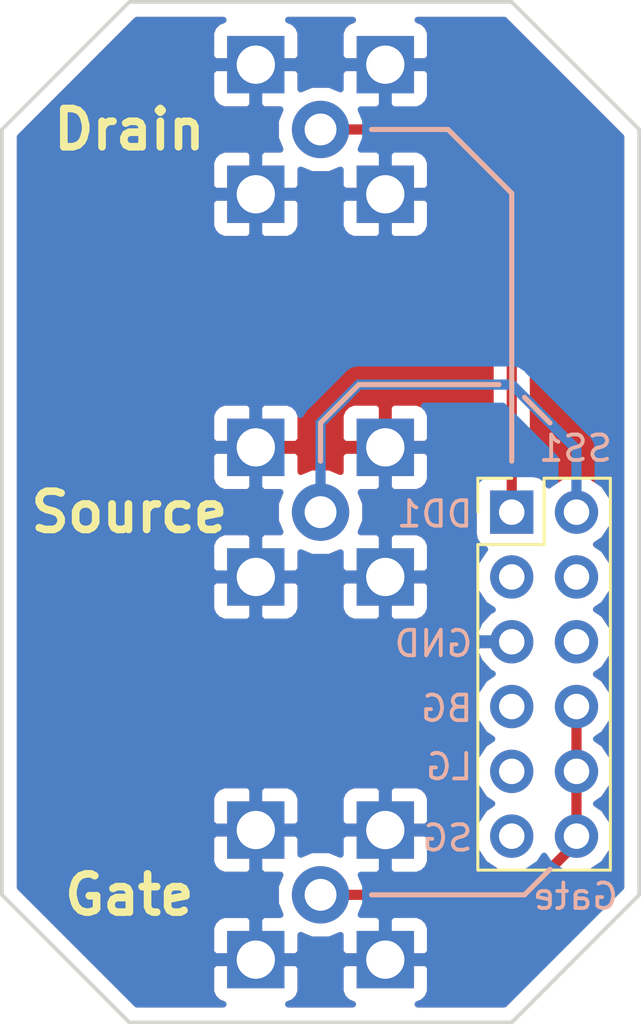
<source format=kicad_pcb>
(kicad_pcb (version 20171130) (host pcbnew "(5.0.0-3-g5ebb6b6)")

  (general
    (thickness 1.6)
    (drawings 31)
    (tracks 14)
    (zones 0)
    (modules 4)
    (nets 11)
  )

  (page A4)
  (layers
    (0 F.Cu signal)
    (31 B.Cu signal)
    (32 B.Adhes user)
    (33 F.Adhes user)
    (34 B.Paste user)
    (35 F.Paste user)
    (36 B.SilkS user)
    (37 F.SilkS user)
    (38 B.Mask user)
    (39 F.Mask user)
    (40 Dwgs.User user)
    (41 Cmts.User user)
    (42 Eco1.User user)
    (43 Eco2.User user)
    (44 Edge.Cuts user)
    (45 Margin user)
    (46 B.CrtYd user)
    (47 F.CrtYd user)
    (48 B.Fab user)
    (49 F.Fab user)
  )

  (setup
    (last_trace_width 0.4)
    (user_trace_width 0.4)
    (trace_clearance 0.2)
    (zone_clearance 0.508)
    (zone_45_only no)
    (trace_min 0.2)
    (segment_width 0.2)
    (edge_width 0.15)
    (via_size 0.8)
    (via_drill 0.4)
    (via_min_size 0.4)
    (via_min_drill 0.3)
    (uvia_size 0.3)
    (uvia_drill 0.1)
    (uvias_allowed no)
    (uvia_min_size 0.2)
    (uvia_min_drill 0.1)
    (pcb_text_width 0.3)
    (pcb_text_size 1.5 1.5)
    (mod_edge_width 0.15)
    (mod_text_size 1 1)
    (mod_text_width 0.15)
    (pad_size 1.524 1.524)
    (pad_drill 0.762)
    (pad_to_mask_clearance 0.2)
    (aux_axis_origin 0 0)
    (visible_elements FFFFFF7F)
    (pcbplotparams
      (layerselection 0x010fc_ffffffff)
      (usegerberextensions false)
      (usegerberattributes false)
      (usegerberadvancedattributes false)
      (creategerberjobfile false)
      (excludeedgelayer true)
      (linewidth 0.100000)
      (plotframeref false)
      (viasonmask false)
      (mode 1)
      (useauxorigin false)
      (hpglpennumber 1)
      (hpglpenspeed 20)
      (hpglpendiameter 15.000000)
      (psnegative false)
      (psa4output false)
      (plotreference true)
      (plotvalue true)
      (plotinvisibletext false)
      (padsonsilk false)
      (subtractmaskfromsilk false)
      (outputformat 1)
      (mirror false)
      (drillshape 0)
      (scaleselection 1)
      (outputdirectory "Gerbers/"))
  )

  (net 0 "")
  (net 1 DD1)
  (net 2 SS1)
  (net 3 DD2)
  (net 4 SS2)
  (net 5 GND)
  (net 6 "Net-(J1-Pad6)")
  (net 7 BackGate)
  (net 8 Gate)
  (net 9 LocalGate)
  (net 10 SolutionGate)

  (net_class Default "This is the default net class."
    (clearance 0.2)
    (trace_width 0.25)
    (via_dia 0.8)
    (via_drill 0.4)
    (uvia_dia 0.3)
    (uvia_drill 0.1)
    (add_net BackGate)
    (add_net DD1)
    (add_net DD2)
    (add_net GND)
    (add_net Gate)
    (add_net LocalGate)
    (add_net "Net-(J1-Pad6)")
    (add_net SS1)
    (add_net SS2)
    (add_net SolutionGate)
  )

  (module Connector_PinHeader_2.54mm:PinHeader_2x06_P2.54mm_Vertical (layer F.Cu) (tedit 5F0DF6FB) (tstamp 5F31DA29)
    (at 100 100)
    (descr "Through hole straight pin header, 2x06, 2.54mm pitch, double rows")
    (tags "Through hole pin header THT 2x06 2.54mm double row")
    (path /5F0DCE5B)
    (fp_text reference J1 (at 1.27 -2.33) (layer F.SilkS) hide
      (effects (font (size 1 1) (thickness 0.15)))
    )
    (fp_text value Conn_02x06_Odd_Even (at 1.27 15.03) (layer F.Fab) hide
      (effects (font (size 1 1) (thickness 0.15)))
    )
    (fp_line (start 0 -1.27) (end 3.81 -1.27) (layer F.Fab) (width 0.1))
    (fp_line (start 3.81 -1.27) (end 3.81 13.97) (layer F.Fab) (width 0.1))
    (fp_line (start 3.81 13.97) (end -1.27 13.97) (layer F.Fab) (width 0.1))
    (fp_line (start -1.27 13.97) (end -1.27 0) (layer F.Fab) (width 0.1))
    (fp_line (start -1.27 0) (end 0 -1.27) (layer F.Fab) (width 0.1))
    (fp_line (start -1.33 14.03) (end 3.87 14.03) (layer F.SilkS) (width 0.12))
    (fp_line (start -1.33 1.27) (end -1.33 14.03) (layer F.SilkS) (width 0.12))
    (fp_line (start 3.87 -1.33) (end 3.87 14.03) (layer F.SilkS) (width 0.12))
    (fp_line (start -1.33 1.27) (end 1.27 1.27) (layer F.SilkS) (width 0.12))
    (fp_line (start 1.27 1.27) (end 1.27 -1.33) (layer F.SilkS) (width 0.12))
    (fp_line (start 1.27 -1.33) (end 3.87 -1.33) (layer F.SilkS) (width 0.12))
    (fp_line (start -1.33 0) (end -1.33 -1.33) (layer F.SilkS) (width 0.12))
    (fp_line (start -1.33 -1.33) (end 0 -1.33) (layer F.SilkS) (width 0.12))
    (fp_line (start -1.8 -1.8) (end -1.8 14.5) (layer F.CrtYd) (width 0.05))
    (fp_line (start -1.8 14.5) (end 4.35 14.5) (layer F.CrtYd) (width 0.05))
    (fp_line (start 4.35 14.5) (end 4.35 -1.8) (layer F.CrtYd) (width 0.05))
    (fp_line (start 4.35 -1.8) (end -1.8 -1.8) (layer F.CrtYd) (width 0.05))
    (fp_text user %R (at 1.27 6.35 90) (layer F.Fab)
      (effects (font (size 1 1) (thickness 0.15)))
    )
    (pad 1 thru_hole rect (at 0 0) (size 1.7 1.7) (drill 1) (layers *.Cu *.Mask)
      (net 1 DD1))
    (pad 2 thru_hole oval (at 2.54 0) (size 1.7 1.7) (drill 1) (layers *.Cu *.Mask)
      (net 2 SS1))
    (pad 3 thru_hole oval (at 0 2.54) (size 1.7 1.7) (drill 1) (layers *.Cu *.Mask)
      (net 3 DD2))
    (pad 4 thru_hole oval (at 2.54 2.54) (size 1.7 1.7) (drill 1) (layers *.Cu *.Mask)
      (net 4 SS2))
    (pad 5 thru_hole oval (at 0 5.08) (size 1.7 1.7) (drill 1) (layers *.Cu *.Mask)
      (net 5 GND))
    (pad 6 thru_hole oval (at 2.54 5.08) (size 1.7 1.7) (drill 1) (layers *.Cu *.Mask)
      (net 6 "Net-(J1-Pad6)"))
    (pad 7 thru_hole oval (at 0 7.62) (size 1.7 1.7) (drill 1) (layers *.Cu *.Mask)
      (net 7 BackGate))
    (pad 8 thru_hole oval (at 2.54 7.62) (size 1.7 1.7) (drill 1) (layers *.Cu *.Mask)
      (net 8 Gate))
    (pad 9 thru_hole oval (at 0 10.16) (size 1.7 1.7) (drill 1) (layers *.Cu *.Mask)
      (net 9 LocalGate))
    (pad 10 thru_hole oval (at 2.54 10.16) (size 1.7 1.7) (drill 1) (layers *.Cu *.Mask)
      (net 8 Gate))
    (pad 11 thru_hole oval (at 0 12.7) (size 1.7 1.7) (drill 1) (layers *.Cu *.Mask)
      (net 10 SolutionGate))
    (pad 12 thru_hole oval (at 2.54 12.7) (size 1.7 1.7) (drill 1) (layers *.Cu *.Mask)
      (net 8 Gate))
    (model ${KISYS3DMOD}/Connector_PinHeader_2.54mm.3dshapes/PinHeader_2x06_P2.54mm_Vertical.wrl
      (at (xyz 0 0 0))
      (scale (xyz 1 1 1))
      (rotate (xyz 0 0 0))
    )
  )

  (module Custom_Footprint_Library:SMA_Vertical_ThroughHole (layer F.Cu) (tedit 5F0DF751) (tstamp 5F31D390)
    (at 92.5 85)
    (path /5F0DD225)
    (fp_text reference SIG1 (at 0 -5) (layer F.SilkS) hide
      (effects (font (size 1 1) (thickness 0.15)))
    )
    (fp_text value Conn_01x02 (at 0 5) (layer F.Fab) hide
      (effects (font (size 1 1) (thickness 0.15)))
    )
    (pad 1 thru_hole circle (at 0 0) (size 2.25 2.25) (drill 1.25) (layers *.Cu *.Mask)
      (net 1 DD1))
    (pad 2 thru_hole rect (at 2.54 -2.54) (size 2.25 2.25) (drill 1.5) (layers *.Cu *.Mask)
      (net 5 GND))
    (pad 2 thru_hole rect (at -2.54 -2.54) (size 2.25 2.25) (drill 1.5) (layers *.Cu *.Mask)
      (net 5 GND))
    (pad 2 thru_hole rect (at -2.54 2.54) (size 2.25 2.25) (drill 1.5) (layers *.Cu *.Mask)
      (net 5 GND))
    (pad 2 thru_hole rect (at 2.54 2.54) (size 2.25 2.25) (drill 1.5) (layers *.Cu *.Mask)
      (net 5 GND))
  )

  (module Custom_Footprint_Library:SMA_Vertical_ThroughHole (layer F.Cu) (tedit 5F0DF759) (tstamp 5F31D399)
    (at 92.5 115)
    (path /5F0DD68F)
    (fp_text reference SIG2 (at 0 -5) (layer F.SilkS) hide
      (effects (font (size 1 1) (thickness 0.15)))
    )
    (fp_text value Conn_01x02 (at 0 5) (layer F.Fab) hide
      (effects (font (size 1 1) (thickness 0.15)))
    )
    (pad 1 thru_hole circle (at 0 0) (size 2.25 2.25) (drill 1.25) (layers *.Cu *.Mask)
      (net 8 Gate))
    (pad 2 thru_hole rect (at 2.54 -2.54) (size 2.25 2.25) (drill 1.5) (layers *.Cu *.Mask)
      (net 5 GND))
    (pad 2 thru_hole rect (at -2.54 -2.54) (size 2.25 2.25) (drill 1.5) (layers *.Cu *.Mask)
      (net 5 GND))
    (pad 2 thru_hole rect (at -2.54 2.54) (size 2.25 2.25) (drill 1.5) (layers *.Cu *.Mask)
      (net 5 GND))
    (pad 2 thru_hole rect (at 2.54 2.54) (size 2.25 2.25) (drill 1.5) (layers *.Cu *.Mask)
      (net 5 GND))
  )

  (module Custom_Footprint_Library:SMA_Vertical_ThroughHole (layer F.Cu) (tedit 5F0DF763) (tstamp 5F31D3A2)
    (at 92.5 100)
    (path /5F0DD798)
    (fp_text reference SIG3 (at 0 -5) (layer F.SilkS) hide
      (effects (font (size 1 1) (thickness 0.15)))
    )
    (fp_text value Conn_01x02 (at 0 5) (layer F.Fab) hide
      (effects (font (size 1 1) (thickness 0.15)))
    )
    (pad 2 thru_hole rect (at 2.54 2.54) (size 2.25 2.25) (drill 1.5) (layers *.Cu *.Mask)
      (net 5 GND))
    (pad 2 thru_hole rect (at -2.54 2.54) (size 2.25 2.25) (drill 1.5) (layers *.Cu *.Mask)
      (net 5 GND))
    (pad 2 thru_hole rect (at -2.54 -2.54) (size 2.25 2.25) (drill 1.5) (layers *.Cu *.Mask)
      (net 5 GND))
    (pad 2 thru_hole rect (at 2.54 -2.54) (size 2.25 2.25) (drill 1.5) (layers *.Cu *.Mask)
      (net 5 GND))
    (pad 1 thru_hole circle (at 0 0) (size 2.25 2.25) (drill 1.25) (layers *.Cu *.Mask)
      (net 2 SS1))
  )

  (gr_text SG (at 98.552 112.776) (layer B.SilkS) (tstamp 5F0E0004)
    (effects (font (size 1 1) (thickness 0.15)) (justify left mirror))
  )
  (gr_line (start 99 95) (end 99.5 95) (layer B.SilkS) (width 0.2))
  (gr_line (start 101.5 96.5) (end 100.5 95.5) (layer B.SilkS) (width 0.2))
  (gr_line (start 94 95) (end 99 95) (layer B.SilkS) (width 0.2))
  (gr_text Gate (at 102.5 115.062) (layer B.SilkS) (tstamp 5F0DFF67)
    (effects (font (size 1 1) (thickness 0.15)) (justify mirror))
  )
  (gr_text SS1 (at 102.5 97.5) (layer B.SilkS) (tstamp 5F0DFF2E)
    (effects (font (size 1 1) (thickness 0.15)) (justify mirror))
  )
  (gr_text DD1 (at 98.552 100.076) (layer B.SilkS) (tstamp 5F0DFF21)
    (effects (font (size 1 1) (thickness 0.15)) (justify left mirror))
  )
  (gr_text LG (at 98.552 109.982) (layer B.SilkS) (tstamp 5F0DFE8B)
    (effects (font (size 1 1) (thickness 0.15)) (justify left mirror))
  )
  (gr_text BG (at 98.552 107.696) (layer B.SilkS) (tstamp 5F0DFE8B)
    (effects (font (size 1 1) (thickness 0.15)) (justify left mirror))
  )
  (gr_text GND (at 98.552 105.156) (layer B.SilkS) (tstamp 5F0DFEC1)
    (effects (font (size 1 1) (thickness 0.15)) (justify left mirror))
  )
  (gr_line (start 100.5 115) (end 101.5 114) (layer B.SilkS) (width 0.2))
  (gr_line (start 100 115) (end 100.5 115) (layer B.SilkS) (width 0.2))
  (gr_line (start 94.5 115) (end 100 115) (layer B.SilkS) (width 0.2))
  (gr_line (start 95 85) (end 94.5 85) (layer B.SilkS) (width 0.2))
  (gr_line (start 92.5 96.5) (end 92.5 98) (layer B.SilkS) (width 0.2))
  (gr_line (start 94 95) (end 92.5 96.5) (layer B.SilkS) (width 0.2))
  (gr_line (start 97.5 85) (end 95 85) (layer B.SilkS) (width 0.2))
  (gr_line (start 100 87.5) (end 97.5 85) (layer B.SilkS) (width 0.2))
  (gr_line (start 100 98) (end 100 87.5) (layer B.SilkS) (width 0.2))
  (gr_line (start 100 120) (end 105 115) (layer Edge.Cuts) (width 0.15))
  (gr_line (start 85 120) (end 100 120) (layer Edge.Cuts) (width 0.15))
  (gr_line (start 80 115) (end 85 120) (layer Edge.Cuts) (width 0.15))
  (gr_line (start 80 85) (end 80 115) (layer Edge.Cuts) (width 0.15))
  (gr_line (start 85 80) (end 80 85) (layer Edge.Cuts) (width 0.15))
  (gr_line (start 100 80) (end 85 80) (layer Edge.Cuts) (width 0.15))
  (gr_line (start 105 85) (end 100 80) (layer Edge.Cuts) (width 0.15))
  (gr_line (start 105 97.5) (end 105 85) (layer Edge.Cuts) (width 0.15))
  (gr_line (start 105 115) (end 105 97.5) (layer Edge.Cuts) (width 0.15))
  (gr_text Source (at 85 100) (layer F.SilkS)
    (effects (font (size 1.5 1.5) (thickness 0.3)))
  )
  (gr_text Gate (at 85 115) (layer F.SilkS) (tstamp 5F0DFBF0)
    (effects (font (size 1.5 1.5) (thickness 0.3)))
  )
  (gr_text Drain (at 85 85) (layer F.SilkS)
    (effects (font (size 1.5 1.5) (thickness 0.3)))
  )

  (segment (start 92.5 85) (end 97.5 85) (width 0.4) (layer F.Cu) (net 1))
  (segment (start 100 87.5) (end 100 100) (width 0.4) (layer F.Cu) (net 1))
  (segment (start 97.5 85) (end 100 87.5) (width 0.4) (layer F.Cu) (net 1))
  (segment (start 92.5 96.5) (end 92.5 100) (width 0.4) (layer B.Cu) (net 2))
  (segment (start 94 95) (end 92.5 96.5) (width 0.4) (layer B.Cu) (net 2))
  (segment (start 100 95) (end 94 95) (width 0.4) (layer B.Cu) (net 2))
  (segment (start 102.54 97.54) (end 100 95) (width 0.4) (layer B.Cu) (net 2))
  (segment (start 102.54 100) (end 102.54 97.54) (width 0.4) (layer B.Cu) (net 2))
  (segment (start 100.24 115) (end 92.5 115) (width 0.4) (layer F.Cu) (net 8))
  (segment (start 102.54 112.7) (end 102.54 110.16) (width 0.4) (layer F.Cu) (net 8))
  (segment (start 102.54 107.62) (end 102.54 110.16) (width 0.4) (layer F.Cu) (net 8))
  (segment (start 100.24 115) (end 100.5 115) (width 0.4) (layer F.Cu) (net 8))
  (segment (start 102.54 112.7) (end 102.54 112.96) (width 0.4) (layer F.Cu) (net 8))
  (segment (start 102.54 112.96) (end 100.5 115) (width 0.4) (layer F.Cu) (net 8))

  (zone (net 5) (net_name GND) (layer F.Cu) (tstamp 5F0E0169) (hatch edge 0.508)
    (connect_pads (clearance 0.508))
    (min_thickness 0.254)
    (fill yes (arc_segments 16) (thermal_gap 0.508) (thermal_bridge_width 0.508))
    (polygon
      (pts
        (xy 85 80) (xy 100 80) (xy 105 85) (xy 105 115) (xy 100 120)
        (xy 85 120) (xy 80 115) (xy 80 85)
      )
    )
    (filled_polygon
      (pts
        (xy 88.475302 80.796673) (xy 88.296673 80.975301) (xy 88.2 81.20869) (xy 88.2 82.17425) (xy 88.35875 82.333)
        (xy 89.833 82.333) (xy 89.833 82.313) (xy 90.087 82.313) (xy 90.087 82.333) (xy 91.56125 82.333)
        (xy 91.72 82.17425) (xy 91.72 81.20869) (xy 91.623327 80.975301) (xy 91.444698 80.796673) (xy 91.235451 80.71)
        (xy 93.764549 80.71) (xy 93.555302 80.796673) (xy 93.376673 80.975301) (xy 93.28 81.20869) (xy 93.28 82.17425)
        (xy 93.43875 82.333) (xy 94.913 82.333) (xy 94.913 82.313) (xy 95.167 82.313) (xy 95.167 82.333)
        (xy 96.64125 82.333) (xy 96.8 82.17425) (xy 96.8 81.20869) (xy 96.703327 80.975301) (xy 96.524698 80.796673)
        (xy 96.315451 80.71) (xy 99.70591 80.71) (xy 104.290001 85.294093) (xy 104.29 97.569925) (xy 104.290001 97.56993)
        (xy 104.29 114.705908) (xy 99.70591 119.29) (xy 96.315451 119.29) (xy 96.524698 119.203327) (xy 96.703327 119.024699)
        (xy 96.8 118.79131) (xy 96.8 117.82575) (xy 96.64125 117.667) (xy 95.167 117.667) (xy 95.167 117.687)
        (xy 94.913 117.687) (xy 94.913 117.667) (xy 93.43875 117.667) (xy 93.28 117.82575) (xy 93.28 118.79131)
        (xy 93.376673 119.024699) (xy 93.555302 119.203327) (xy 93.764549 119.29) (xy 91.235451 119.29) (xy 91.444698 119.203327)
        (xy 91.623327 119.024699) (xy 91.72 118.79131) (xy 91.72 117.82575) (xy 91.56125 117.667) (xy 90.087 117.667)
        (xy 90.087 117.687) (xy 89.833 117.687) (xy 89.833 117.667) (xy 88.35875 117.667) (xy 88.2 117.82575)
        (xy 88.2 118.79131) (xy 88.296673 119.024699) (xy 88.475302 119.203327) (xy 88.684549 119.29) (xy 85.294092 119.29)
        (xy 82.292781 116.28869) (xy 88.2 116.28869) (xy 88.2 117.25425) (xy 88.35875 117.413) (xy 89.833 117.413)
        (xy 89.833 115.93875) (xy 89.67425 115.78) (xy 88.708691 115.78) (xy 88.475302 115.876673) (xy 88.296673 116.055301)
        (xy 88.2 116.28869) (xy 82.292781 116.28869) (xy 80.71 114.70591) (xy 80.71 112.74575) (xy 88.2 112.74575)
        (xy 88.2 113.71131) (xy 88.296673 113.944699) (xy 88.475302 114.123327) (xy 88.708691 114.22) (xy 89.67425 114.22)
        (xy 89.833 114.06125) (xy 89.833 112.587) (xy 88.35875 112.587) (xy 88.2 112.74575) (xy 80.71 112.74575)
        (xy 80.71 111.20869) (xy 88.2 111.20869) (xy 88.2 112.17425) (xy 88.35875 112.333) (xy 89.833 112.333)
        (xy 89.833 110.85875) (xy 90.087 110.85875) (xy 90.087 112.333) (xy 91.56125 112.333) (xy 91.72 112.17425)
        (xy 91.72 111.20869) (xy 93.28 111.20869) (xy 93.28 112.17425) (xy 93.43875 112.333) (xy 94.913 112.333)
        (xy 94.913 110.85875) (xy 95.167 110.85875) (xy 95.167 112.333) (xy 96.64125 112.333) (xy 96.8 112.17425)
        (xy 96.8 111.20869) (xy 96.703327 110.975301) (xy 96.524698 110.796673) (xy 96.291309 110.7) (xy 95.32575 110.7)
        (xy 95.167 110.85875) (xy 94.913 110.85875) (xy 94.75425 110.7) (xy 93.788691 110.7) (xy 93.555302 110.796673)
        (xy 93.376673 110.975301) (xy 93.28 111.20869) (xy 91.72 111.20869) (xy 91.623327 110.975301) (xy 91.444698 110.796673)
        (xy 91.211309 110.7) (xy 90.24575 110.7) (xy 90.087 110.85875) (xy 89.833 110.85875) (xy 89.67425 110.7)
        (xy 88.708691 110.7) (xy 88.475302 110.796673) (xy 88.296673 110.975301) (xy 88.2 111.20869) (xy 80.71 111.20869)
        (xy 80.71 102.82575) (xy 88.2 102.82575) (xy 88.2 103.79131) (xy 88.296673 104.024699) (xy 88.475302 104.203327)
        (xy 88.708691 104.3) (xy 89.67425 104.3) (xy 89.833 104.14125) (xy 89.833 102.667) (xy 90.087 102.667)
        (xy 90.087 104.14125) (xy 90.24575 104.3) (xy 91.211309 104.3) (xy 91.444698 104.203327) (xy 91.623327 104.024699)
        (xy 91.72 103.79131) (xy 91.72 102.82575) (xy 93.28 102.82575) (xy 93.28 103.79131) (xy 93.376673 104.024699)
        (xy 93.555302 104.203327) (xy 93.788691 104.3) (xy 94.75425 104.3) (xy 94.913 104.14125) (xy 94.913 102.667)
        (xy 95.167 102.667) (xy 95.167 104.14125) (xy 95.32575 104.3) (xy 96.291309 104.3) (xy 96.524698 104.203327)
        (xy 96.703327 104.024699) (xy 96.8 103.79131) (xy 96.8 102.82575) (xy 96.64125 102.667) (xy 95.167 102.667)
        (xy 94.913 102.667) (xy 93.43875 102.667) (xy 93.28 102.82575) (xy 91.72 102.82575) (xy 91.56125 102.667)
        (xy 90.087 102.667) (xy 89.833 102.667) (xy 88.35875 102.667) (xy 88.2 102.82575) (xy 80.71 102.82575)
        (xy 80.71 101.28869) (xy 88.2 101.28869) (xy 88.2 102.25425) (xy 88.35875 102.413) (xy 89.833 102.413)
        (xy 89.833 100.93875) (xy 89.67425 100.78) (xy 88.708691 100.78) (xy 88.475302 100.876673) (xy 88.296673 101.055301)
        (xy 88.2 101.28869) (xy 80.71 101.28869) (xy 80.71 97.74575) (xy 88.2 97.74575) (xy 88.2 98.71131)
        (xy 88.296673 98.944699) (xy 88.475302 99.123327) (xy 88.708691 99.22) (xy 89.67425 99.22) (xy 89.833 99.06125)
        (xy 89.833 97.587) (xy 90.087 97.587) (xy 90.087 99.06125) (xy 90.24575 99.22) (xy 90.918076 99.22)
        (xy 90.74 99.649914) (xy 90.74 100.350086) (xy 90.918076 100.78) (xy 90.24575 100.78) (xy 90.087 100.93875)
        (xy 90.087 102.413) (xy 91.56125 102.413) (xy 91.72 102.25425) (xy 91.72 101.581924) (xy 92.149914 101.76)
        (xy 92.850086 101.76) (xy 93.28 101.581924) (xy 93.28 102.25425) (xy 93.43875 102.413) (xy 94.913 102.413)
        (xy 94.913 100.93875) (xy 95.167 100.93875) (xy 95.167 102.413) (xy 96.64125 102.413) (xy 96.8 102.25425)
        (xy 96.8 101.28869) (xy 96.703327 101.055301) (xy 96.524698 100.876673) (xy 96.291309 100.78) (xy 95.32575 100.78)
        (xy 95.167 100.93875) (xy 94.913 100.93875) (xy 94.75425 100.78) (xy 94.081924 100.78) (xy 94.26 100.350086)
        (xy 94.26 99.649914) (xy 94.081924 99.22) (xy 94.75425 99.22) (xy 94.913 99.06125) (xy 94.913 97.587)
        (xy 95.167 97.587) (xy 95.167 99.06125) (xy 95.32575 99.22) (xy 96.291309 99.22) (xy 96.524698 99.123327)
        (xy 96.703327 98.944699) (xy 96.8 98.71131) (xy 96.8 97.74575) (xy 96.64125 97.587) (xy 95.167 97.587)
        (xy 94.913 97.587) (xy 93.43875 97.587) (xy 93.28 97.74575) (xy 93.28 98.418076) (xy 92.850086 98.24)
        (xy 92.149914 98.24) (xy 91.72 98.418076) (xy 91.72 97.74575) (xy 91.56125 97.587) (xy 90.087 97.587)
        (xy 89.833 97.587) (xy 88.35875 97.587) (xy 88.2 97.74575) (xy 80.71 97.74575) (xy 80.71 96.20869)
        (xy 88.2 96.20869) (xy 88.2 97.17425) (xy 88.35875 97.333) (xy 89.833 97.333) (xy 89.833 95.85875)
        (xy 90.087 95.85875) (xy 90.087 97.333) (xy 91.56125 97.333) (xy 91.72 97.17425) (xy 91.72 96.20869)
        (xy 93.28 96.20869) (xy 93.28 97.17425) (xy 93.43875 97.333) (xy 94.913 97.333) (xy 94.913 95.85875)
        (xy 95.167 95.85875) (xy 95.167 97.333) (xy 96.64125 97.333) (xy 96.8 97.17425) (xy 96.8 96.20869)
        (xy 96.703327 95.975301) (xy 96.524698 95.796673) (xy 96.291309 95.7) (xy 95.32575 95.7) (xy 95.167 95.85875)
        (xy 94.913 95.85875) (xy 94.75425 95.7) (xy 93.788691 95.7) (xy 93.555302 95.796673) (xy 93.376673 95.975301)
        (xy 93.28 96.20869) (xy 91.72 96.20869) (xy 91.623327 95.975301) (xy 91.444698 95.796673) (xy 91.211309 95.7)
        (xy 90.24575 95.7) (xy 90.087 95.85875) (xy 89.833 95.85875) (xy 89.67425 95.7) (xy 88.708691 95.7)
        (xy 88.475302 95.796673) (xy 88.296673 95.975301) (xy 88.2 96.20869) (xy 80.71 96.20869) (xy 80.71 87.82575)
        (xy 88.2 87.82575) (xy 88.2 88.79131) (xy 88.296673 89.024699) (xy 88.475302 89.203327) (xy 88.708691 89.3)
        (xy 89.67425 89.3) (xy 89.833 89.14125) (xy 89.833 87.667) (xy 90.087 87.667) (xy 90.087 89.14125)
        (xy 90.24575 89.3) (xy 91.211309 89.3) (xy 91.444698 89.203327) (xy 91.623327 89.024699) (xy 91.72 88.79131)
        (xy 91.72 87.82575) (xy 93.28 87.82575) (xy 93.28 88.79131) (xy 93.376673 89.024699) (xy 93.555302 89.203327)
        (xy 93.788691 89.3) (xy 94.75425 89.3) (xy 94.913 89.14125) (xy 94.913 87.667) (xy 95.167 87.667)
        (xy 95.167 89.14125) (xy 95.32575 89.3) (xy 96.291309 89.3) (xy 96.524698 89.203327) (xy 96.703327 89.024699)
        (xy 96.8 88.79131) (xy 96.8 87.82575) (xy 96.64125 87.667) (xy 95.167 87.667) (xy 94.913 87.667)
        (xy 93.43875 87.667) (xy 93.28 87.82575) (xy 91.72 87.82575) (xy 91.56125 87.667) (xy 90.087 87.667)
        (xy 89.833 87.667) (xy 88.35875 87.667) (xy 88.2 87.82575) (xy 80.71 87.82575) (xy 80.71 86.28869)
        (xy 88.2 86.28869) (xy 88.2 87.25425) (xy 88.35875 87.413) (xy 89.833 87.413) (xy 89.833 85.93875)
        (xy 89.67425 85.78) (xy 88.708691 85.78) (xy 88.475302 85.876673) (xy 88.296673 86.055301) (xy 88.2 86.28869)
        (xy 80.71 86.28869) (xy 80.71 85.29409) (xy 83.258341 82.74575) (xy 88.2 82.74575) (xy 88.2 83.71131)
        (xy 88.296673 83.944699) (xy 88.475302 84.123327) (xy 88.708691 84.22) (xy 89.67425 84.22) (xy 89.833 84.06125)
        (xy 89.833 82.587) (xy 90.087 82.587) (xy 90.087 84.06125) (xy 90.24575 84.22) (xy 90.918076 84.22)
        (xy 90.74 84.649914) (xy 90.74 85.350086) (xy 90.918076 85.78) (xy 90.24575 85.78) (xy 90.087 85.93875)
        (xy 90.087 87.413) (xy 91.56125 87.413) (xy 91.72 87.25425) (xy 91.72 86.581924) (xy 92.149914 86.76)
        (xy 92.850086 86.76) (xy 93.28 86.581924) (xy 93.28 87.25425) (xy 93.43875 87.413) (xy 94.913 87.413)
        (xy 94.913 87.393) (xy 95.167 87.393) (xy 95.167 87.413) (xy 96.64125 87.413) (xy 96.8 87.25425)
        (xy 96.8 86.28869) (xy 96.703327 86.055301) (xy 96.524698 85.876673) (xy 96.424091 85.835) (xy 97.154133 85.835)
        (xy 99.165 87.845868) (xy 99.165001 98.50256) (xy 99.15 98.50256) (xy 98.902235 98.551843) (xy 98.692191 98.692191)
        (xy 98.551843 98.902235) (xy 98.50256 99.15) (xy 98.50256 100.85) (xy 98.551843 101.097765) (xy 98.692191 101.307809)
        (xy 98.902235 101.448157) (xy 98.947619 101.457184) (xy 98.929375 101.469375) (xy 98.601161 101.960582) (xy 98.485908 102.54)
        (xy 98.601161 103.119418) (xy 98.929375 103.610625) (xy 99.248478 103.823843) (xy 99.118642 103.884817) (xy 98.728355 104.313076)
        (xy 98.558524 104.72311) (xy 98.679845 104.953) (xy 99.873 104.953) (xy 99.873 104.933) (xy 100.127 104.933)
        (xy 100.127 104.953) (xy 100.147 104.953) (xy 100.147 105.207) (xy 100.127 105.207) (xy 100.127 105.227)
        (xy 99.873 105.227) (xy 99.873 105.207) (xy 98.679845 105.207) (xy 98.558524 105.43689) (xy 98.728355 105.846924)
        (xy 99.118642 106.275183) (xy 99.248478 106.336157) (xy 98.929375 106.549375) (xy 98.601161 107.040582) (xy 98.485908 107.62)
        (xy 98.601161 108.199418) (xy 98.929375 108.690625) (xy 99.227761 108.89) (xy 98.929375 109.089375) (xy 98.601161 109.580582)
        (xy 98.485908 110.16) (xy 98.601161 110.739418) (xy 98.929375 111.230625) (xy 99.227761 111.43) (xy 98.929375 111.629375)
        (xy 98.601161 112.120582) (xy 98.485908 112.7) (xy 98.601161 113.279418) (xy 98.929375 113.770625) (xy 99.420582 114.098839)
        (xy 99.753197 114.165) (xy 96.424091 114.165) (xy 96.524698 114.123327) (xy 96.703327 113.944699) (xy 96.8 113.71131)
        (xy 96.8 112.74575) (xy 96.64125 112.587) (xy 95.167 112.587) (xy 95.167 112.607) (xy 94.913 112.607)
        (xy 94.913 112.587) (xy 93.43875 112.587) (xy 93.28 112.74575) (xy 93.28 113.418076) (xy 92.850086 113.24)
        (xy 92.149914 113.24) (xy 91.72 113.418076) (xy 91.72 112.74575) (xy 91.56125 112.587) (xy 90.087 112.587)
        (xy 90.087 114.06125) (xy 90.24575 114.22) (xy 90.918076 114.22) (xy 90.74 114.649914) (xy 90.74 115.350086)
        (xy 90.918076 115.78) (xy 90.24575 115.78) (xy 90.087 115.93875) (xy 90.087 117.413) (xy 91.56125 117.413)
        (xy 91.72 117.25425) (xy 91.72 116.581924) (xy 92.149914 116.76) (xy 92.850086 116.76) (xy 93.28 116.581924)
        (xy 93.28 117.25425) (xy 93.43875 117.413) (xy 94.913 117.413) (xy 94.913 117.393) (xy 95.167 117.393)
        (xy 95.167 117.413) (xy 96.64125 117.413) (xy 96.8 117.25425) (xy 96.8 116.28869) (xy 96.703327 116.055301)
        (xy 96.524698 115.876673) (xy 96.424091 115.835) (xy 100.417767 115.835) (xy 100.5 115.851357) (xy 100.582233 115.835)
        (xy 100.582237 115.835) (xy 100.825801 115.786552) (xy 101.102001 115.602001) (xy 101.148587 115.53228) (xy 102.495868 114.185)
        (xy 102.686256 114.185) (xy 103.119418 114.098839) (xy 103.610625 113.770625) (xy 103.938839 113.279418) (xy 104.054092 112.7)
        (xy 103.938839 112.120582) (xy 103.610625 111.629375) (xy 103.375 111.471935) (xy 103.375 111.388065) (xy 103.610625 111.230625)
        (xy 103.938839 110.739418) (xy 104.054092 110.16) (xy 103.938839 109.580582) (xy 103.610625 109.089375) (xy 103.375 108.931935)
        (xy 103.375 108.848065) (xy 103.610625 108.690625) (xy 103.938839 108.199418) (xy 104.054092 107.62) (xy 103.938839 107.040582)
        (xy 103.610625 106.549375) (xy 103.312239 106.35) (xy 103.610625 106.150625) (xy 103.938839 105.659418) (xy 104.054092 105.08)
        (xy 103.938839 104.500582) (xy 103.610625 104.009375) (xy 103.312239 103.81) (xy 103.610625 103.610625) (xy 103.938839 103.119418)
        (xy 104.054092 102.54) (xy 103.938839 101.960582) (xy 103.610625 101.469375) (xy 103.312239 101.27) (xy 103.610625 101.070625)
        (xy 103.938839 100.579418) (xy 104.054092 100) (xy 103.938839 99.420582) (xy 103.610625 98.929375) (xy 103.119418 98.601161)
        (xy 102.686256 98.515) (xy 102.393744 98.515) (xy 101.960582 98.601161) (xy 101.469375 98.929375) (xy 101.457184 98.947619)
        (xy 101.448157 98.902235) (xy 101.307809 98.692191) (xy 101.097765 98.551843) (xy 100.85 98.50256) (xy 100.835 98.50256)
        (xy 100.835 87.582237) (xy 100.851358 87.5) (xy 100.786552 87.174199) (xy 100.648584 86.967716) (xy 100.602001 86.897999)
        (xy 100.532283 86.851415) (xy 98.148587 84.46772) (xy 98.102001 84.397999) (xy 97.825801 84.213448) (xy 97.582237 84.165)
        (xy 97.582233 84.165) (xy 97.5 84.148643) (xy 97.417767 84.165) (xy 96.424091 84.165) (xy 96.524698 84.123327)
        (xy 96.703327 83.944699) (xy 96.8 83.71131) (xy 96.8 82.74575) (xy 96.64125 82.587) (xy 95.167 82.587)
        (xy 95.167 82.607) (xy 94.913 82.607) (xy 94.913 82.587) (xy 93.43875 82.587) (xy 93.28 82.74575)
        (xy 93.28 83.418076) (xy 92.850086 83.24) (xy 92.149914 83.24) (xy 91.72 83.418076) (xy 91.72 82.74575)
        (xy 91.56125 82.587) (xy 90.087 82.587) (xy 89.833 82.587) (xy 88.35875 82.587) (xy 88.2 82.74575)
        (xy 83.258341 82.74575) (xy 85.294092 80.71) (xy 88.684549 80.71)
      )
    )
  )
  (zone (net 5) (net_name GND) (layer B.Cu) (tstamp 5F0E0166) (hatch edge 0.508)
    (connect_pads (clearance 0.508))
    (min_thickness 0.254)
    (fill yes (arc_segments 16) (thermal_gap 0.508) (thermal_bridge_width 0.508))
    (polygon
      (pts
        (xy 85 80) (xy 100 80) (xy 105 85) (xy 105 115) (xy 100 120)
        (xy 85 120) (xy 80 115) (xy 80 85)
      )
    )
    (filled_polygon
      (pts
        (xy 88.475302 80.796673) (xy 88.296673 80.975301) (xy 88.2 81.20869) (xy 88.2 82.17425) (xy 88.35875 82.333)
        (xy 89.833 82.333) (xy 89.833 82.313) (xy 90.087 82.313) (xy 90.087 82.333) (xy 91.56125 82.333)
        (xy 91.72 82.17425) (xy 91.72 81.20869) (xy 91.623327 80.975301) (xy 91.444698 80.796673) (xy 91.235451 80.71)
        (xy 93.764549 80.71) (xy 93.555302 80.796673) (xy 93.376673 80.975301) (xy 93.28 81.20869) (xy 93.28 82.17425)
        (xy 93.43875 82.333) (xy 94.913 82.333) (xy 94.913 82.313) (xy 95.167 82.313) (xy 95.167 82.333)
        (xy 96.64125 82.333) (xy 96.8 82.17425) (xy 96.8 81.20869) (xy 96.703327 80.975301) (xy 96.524698 80.796673)
        (xy 96.315451 80.71) (xy 99.70591 80.71) (xy 104.290001 85.294093) (xy 104.29 97.569925) (xy 104.290001 97.56993)
        (xy 104.29 114.705908) (xy 99.70591 119.29) (xy 96.315451 119.29) (xy 96.524698 119.203327) (xy 96.703327 119.024699)
        (xy 96.8 118.79131) (xy 96.8 117.82575) (xy 96.64125 117.667) (xy 95.167 117.667) (xy 95.167 117.687)
        (xy 94.913 117.687) (xy 94.913 117.667) (xy 93.43875 117.667) (xy 93.28 117.82575) (xy 93.28 118.79131)
        (xy 93.376673 119.024699) (xy 93.555302 119.203327) (xy 93.764549 119.29) (xy 91.235451 119.29) (xy 91.444698 119.203327)
        (xy 91.623327 119.024699) (xy 91.72 118.79131) (xy 91.72 117.82575) (xy 91.56125 117.667) (xy 90.087 117.667)
        (xy 90.087 117.687) (xy 89.833 117.687) (xy 89.833 117.667) (xy 88.35875 117.667) (xy 88.2 117.82575)
        (xy 88.2 118.79131) (xy 88.296673 119.024699) (xy 88.475302 119.203327) (xy 88.684549 119.29) (xy 85.294092 119.29)
        (xy 82.292781 116.28869) (xy 88.2 116.28869) (xy 88.2 117.25425) (xy 88.35875 117.413) (xy 89.833 117.413)
        (xy 89.833 115.93875) (xy 89.67425 115.78) (xy 88.708691 115.78) (xy 88.475302 115.876673) (xy 88.296673 116.055301)
        (xy 88.2 116.28869) (xy 82.292781 116.28869) (xy 80.71 114.70591) (xy 80.71 112.74575) (xy 88.2 112.74575)
        (xy 88.2 113.71131) (xy 88.296673 113.944699) (xy 88.475302 114.123327) (xy 88.708691 114.22) (xy 89.67425 114.22)
        (xy 89.833 114.06125) (xy 89.833 112.587) (xy 90.087 112.587) (xy 90.087 114.06125) (xy 90.24575 114.22)
        (xy 90.918076 114.22) (xy 90.74 114.649914) (xy 90.74 115.350086) (xy 90.918076 115.78) (xy 90.24575 115.78)
        (xy 90.087 115.93875) (xy 90.087 117.413) (xy 91.56125 117.413) (xy 91.72 117.25425) (xy 91.72 116.581924)
        (xy 92.149914 116.76) (xy 92.850086 116.76) (xy 93.28 116.581924) (xy 93.28 117.25425) (xy 93.43875 117.413)
        (xy 94.913 117.413) (xy 94.913 115.93875) (xy 95.167 115.93875) (xy 95.167 117.413) (xy 96.64125 117.413)
        (xy 96.8 117.25425) (xy 96.8 116.28869) (xy 96.703327 116.055301) (xy 96.524698 115.876673) (xy 96.291309 115.78)
        (xy 95.32575 115.78) (xy 95.167 115.93875) (xy 94.913 115.93875) (xy 94.75425 115.78) (xy 94.081924 115.78)
        (xy 94.26 115.350086) (xy 94.26 114.649914) (xy 94.081924 114.22) (xy 94.75425 114.22) (xy 94.913 114.06125)
        (xy 94.913 112.587) (xy 95.167 112.587) (xy 95.167 114.06125) (xy 95.32575 114.22) (xy 96.291309 114.22)
        (xy 96.524698 114.123327) (xy 96.703327 113.944699) (xy 96.8 113.71131) (xy 96.8 112.74575) (xy 96.64125 112.587)
        (xy 95.167 112.587) (xy 94.913 112.587) (xy 93.43875 112.587) (xy 93.28 112.74575) (xy 93.28 113.418076)
        (xy 92.850086 113.24) (xy 92.149914 113.24) (xy 91.72 113.418076) (xy 91.72 112.74575) (xy 91.56125 112.587)
        (xy 90.087 112.587) (xy 89.833 112.587) (xy 88.35875 112.587) (xy 88.2 112.74575) (xy 80.71 112.74575)
        (xy 80.71 111.20869) (xy 88.2 111.20869) (xy 88.2 112.17425) (xy 88.35875 112.333) (xy 89.833 112.333)
        (xy 89.833 110.85875) (xy 90.087 110.85875) (xy 90.087 112.333) (xy 91.56125 112.333) (xy 91.72 112.17425)
        (xy 91.72 111.20869) (xy 93.28 111.20869) (xy 93.28 112.17425) (xy 93.43875 112.333) (xy 94.913 112.333)
        (xy 94.913 110.85875) (xy 95.167 110.85875) (xy 95.167 112.333) (xy 96.64125 112.333) (xy 96.8 112.17425)
        (xy 96.8 111.20869) (xy 96.703327 110.975301) (xy 96.524698 110.796673) (xy 96.291309 110.7) (xy 95.32575 110.7)
        (xy 95.167 110.85875) (xy 94.913 110.85875) (xy 94.75425 110.7) (xy 93.788691 110.7) (xy 93.555302 110.796673)
        (xy 93.376673 110.975301) (xy 93.28 111.20869) (xy 91.72 111.20869) (xy 91.623327 110.975301) (xy 91.444698 110.796673)
        (xy 91.211309 110.7) (xy 90.24575 110.7) (xy 90.087 110.85875) (xy 89.833 110.85875) (xy 89.67425 110.7)
        (xy 88.708691 110.7) (xy 88.475302 110.796673) (xy 88.296673 110.975301) (xy 88.2 111.20869) (xy 80.71 111.20869)
        (xy 80.71 102.82575) (xy 88.2 102.82575) (xy 88.2 103.79131) (xy 88.296673 104.024699) (xy 88.475302 104.203327)
        (xy 88.708691 104.3) (xy 89.67425 104.3) (xy 89.833 104.14125) (xy 89.833 102.667) (xy 90.087 102.667)
        (xy 90.087 104.14125) (xy 90.24575 104.3) (xy 91.211309 104.3) (xy 91.444698 104.203327) (xy 91.623327 104.024699)
        (xy 91.72 103.79131) (xy 91.72 102.82575) (xy 93.28 102.82575) (xy 93.28 103.79131) (xy 93.376673 104.024699)
        (xy 93.555302 104.203327) (xy 93.788691 104.3) (xy 94.75425 104.3) (xy 94.913 104.14125) (xy 94.913 102.667)
        (xy 95.167 102.667) (xy 95.167 104.14125) (xy 95.32575 104.3) (xy 96.291309 104.3) (xy 96.524698 104.203327)
        (xy 96.703327 104.024699) (xy 96.8 103.79131) (xy 96.8 102.82575) (xy 96.64125 102.667) (xy 95.167 102.667)
        (xy 94.913 102.667) (xy 93.43875 102.667) (xy 93.28 102.82575) (xy 91.72 102.82575) (xy 91.56125 102.667)
        (xy 90.087 102.667) (xy 89.833 102.667) (xy 88.35875 102.667) (xy 88.2 102.82575) (xy 80.71 102.82575)
        (xy 80.71 101.28869) (xy 88.2 101.28869) (xy 88.2 102.25425) (xy 88.35875 102.413) (xy 89.833 102.413)
        (xy 89.833 100.93875) (xy 89.67425 100.78) (xy 88.708691 100.78) (xy 88.475302 100.876673) (xy 88.296673 101.055301)
        (xy 88.2 101.28869) (xy 80.71 101.28869) (xy 80.71 97.74575) (xy 88.2 97.74575) (xy 88.2 98.71131)
        (xy 88.296673 98.944699) (xy 88.475302 99.123327) (xy 88.708691 99.22) (xy 89.67425 99.22) (xy 89.833 99.06125)
        (xy 89.833 97.587) (xy 88.35875 97.587) (xy 88.2 97.74575) (xy 80.71 97.74575) (xy 80.71 96.20869)
        (xy 88.2 96.20869) (xy 88.2 97.17425) (xy 88.35875 97.333) (xy 89.833 97.333) (xy 89.833 95.85875)
        (xy 90.087 95.85875) (xy 90.087 97.333) (xy 90.107 97.333) (xy 90.107 97.587) (xy 90.087 97.587)
        (xy 90.087 99.06125) (xy 90.24575 99.22) (xy 90.918076 99.22) (xy 90.74 99.649914) (xy 90.74 100.350086)
        (xy 90.918076 100.78) (xy 90.24575 100.78) (xy 90.087 100.93875) (xy 90.087 102.413) (xy 91.56125 102.413)
        (xy 91.72 102.25425) (xy 91.72 101.581924) (xy 92.149914 101.76) (xy 92.850086 101.76) (xy 93.28 101.581924)
        (xy 93.28 102.25425) (xy 93.43875 102.413) (xy 94.913 102.413) (xy 94.913 100.93875) (xy 95.167 100.93875)
        (xy 95.167 102.413) (xy 96.64125 102.413) (xy 96.8 102.25425) (xy 96.8 101.28869) (xy 96.703327 101.055301)
        (xy 96.524698 100.876673) (xy 96.291309 100.78) (xy 95.32575 100.78) (xy 95.167 100.93875) (xy 94.913 100.93875)
        (xy 94.75425 100.78) (xy 94.081924 100.78) (xy 94.26 100.350086) (xy 94.26 99.649914) (xy 94.081924 99.22)
        (xy 94.75425 99.22) (xy 94.913 99.06125) (xy 94.913 97.587) (xy 95.167 97.587) (xy 95.167 99.06125)
        (xy 95.32575 99.22) (xy 96.291309 99.22) (xy 96.524698 99.123327) (xy 96.703327 98.944699) (xy 96.8 98.71131)
        (xy 96.8 97.74575) (xy 96.64125 97.587) (xy 95.167 97.587) (xy 94.913 97.587) (xy 94.893 97.587)
        (xy 94.893 97.333) (xy 94.913 97.333) (xy 94.913 97.313) (xy 95.167 97.313) (xy 95.167 97.333)
        (xy 96.64125 97.333) (xy 96.8 97.17425) (xy 96.8 96.20869) (xy 96.703327 95.975301) (xy 96.563025 95.835)
        (xy 99.654133 95.835) (xy 101.705001 97.88587) (xy 101.705 98.771935) (xy 101.469375 98.929375) (xy 101.457184 98.947619)
        (xy 101.448157 98.902235) (xy 101.307809 98.692191) (xy 101.097765 98.551843) (xy 100.85 98.50256) (xy 99.15 98.50256)
        (xy 98.902235 98.551843) (xy 98.692191 98.692191) (xy 98.551843 98.902235) (xy 98.50256 99.15) (xy 98.50256 100.85)
        (xy 98.551843 101.097765) (xy 98.692191 101.307809) (xy 98.902235 101.448157) (xy 98.947619 101.457184) (xy 98.929375 101.469375)
        (xy 98.601161 101.960582) (xy 98.485908 102.54) (xy 98.601161 103.119418) (xy 98.929375 103.610625) (xy 99.248478 103.823843)
        (xy 99.118642 103.884817) (xy 98.728355 104.313076) (xy 98.558524 104.72311) (xy 98.679845 104.953) (xy 99.873 104.953)
        (xy 99.873 104.933) (xy 100.127 104.933) (xy 100.127 104.953) (xy 100.147 104.953) (xy 100.147 105.207)
        (xy 100.127 105.207) (xy 100.127 105.227) (xy 99.873 105.227) (xy 99.873 105.207) (xy 98.679845 105.207)
        (xy 98.558524 105.43689) (xy 98.728355 105.846924) (xy 99.118642 106.275183) (xy 99.248478 106.336157) (xy 98.929375 106.549375)
        (xy 98.601161 107.040582) (xy 98.485908 107.62) (xy 98.601161 108.199418) (xy 98.929375 108.690625) (xy 99.227761 108.89)
        (xy 98.929375 109.089375) (xy 98.601161 109.580582) (xy 98.485908 110.16) (xy 98.601161 110.739418) (xy 98.929375 111.230625)
        (xy 99.227761 111.43) (xy 98.929375 111.629375) (xy 98.601161 112.120582) (xy 98.485908 112.7) (xy 98.601161 113.279418)
        (xy 98.929375 113.770625) (xy 99.420582 114.098839) (xy 99.853744 114.185) (xy 100.146256 114.185) (xy 100.579418 114.098839)
        (xy 101.070625 113.770625) (xy 101.27 113.472239) (xy 101.469375 113.770625) (xy 101.960582 114.098839) (xy 102.393744 114.185)
        (xy 102.686256 114.185) (xy 103.119418 114.098839) (xy 103.610625 113.770625) (xy 103.938839 113.279418) (xy 104.054092 112.7)
        (xy 103.938839 112.120582) (xy 103.610625 111.629375) (xy 103.312239 111.43) (xy 103.610625 111.230625) (xy 103.938839 110.739418)
        (xy 104.054092 110.16) (xy 103.938839 109.580582) (xy 103.610625 109.089375) (xy 103.312239 108.89) (xy 103.610625 108.690625)
        (xy 103.938839 108.199418) (xy 104.054092 107.62) (xy 103.938839 107.040582) (xy 103.610625 106.549375) (xy 103.312239 106.35)
        (xy 103.610625 106.150625) (xy 103.938839 105.659418) (xy 104.054092 105.08) (xy 103.938839 104.500582) (xy 103.610625 104.009375)
        (xy 103.312239 103.81) (xy 103.610625 103.610625) (xy 103.938839 103.119418) (xy 104.054092 102.54) (xy 103.938839 101.960582)
        (xy 103.610625 101.469375) (xy 103.312239 101.27) (xy 103.610625 101.070625) (xy 103.938839 100.579418) (xy 104.054092 100)
        (xy 103.938839 99.420582) (xy 103.610625 98.929375) (xy 103.375 98.771935) (xy 103.375 97.622232) (xy 103.391357 97.539999)
        (xy 103.375 97.457766) (xy 103.375 97.457763) (xy 103.326552 97.214199) (xy 103.299859 97.17425) (xy 103.188584 97.007715)
        (xy 103.188583 97.007714) (xy 103.142001 96.937999) (xy 103.072285 96.891417) (xy 100.648587 94.46772) (xy 100.602001 94.397999)
        (xy 100.325801 94.213448) (xy 100.082237 94.165) (xy 100.082233 94.165) (xy 100 94.148643) (xy 99.917767 94.165)
        (xy 94.082232 94.165) (xy 93.999999 94.148643) (xy 93.917766 94.165) (xy 93.917763 94.165) (xy 93.674199 94.213448)
        (xy 93.397999 94.397999) (xy 93.351416 94.467715) (xy 91.96772 95.851413) (xy 91.897999 95.897999) (xy 91.713448 96.1742)
        (xy 91.710939 96.186814) (xy 91.623327 95.975301) (xy 91.444698 95.796673) (xy 91.211309 95.7) (xy 90.24575 95.7)
        (xy 90.087 95.85875) (xy 89.833 95.85875) (xy 89.67425 95.7) (xy 88.708691 95.7) (xy 88.475302 95.796673)
        (xy 88.296673 95.975301) (xy 88.2 96.20869) (xy 80.71 96.20869) (xy 80.71 87.82575) (xy 88.2 87.82575)
        (xy 88.2 88.79131) (xy 88.296673 89.024699) (xy 88.475302 89.203327) (xy 88.708691 89.3) (xy 89.67425 89.3)
        (xy 89.833 89.14125) (xy 89.833 87.667) (xy 90.087 87.667) (xy 90.087 89.14125) (xy 90.24575 89.3)
        (xy 91.211309 89.3) (xy 91.444698 89.203327) (xy 91.623327 89.024699) (xy 91.72 88.79131) (xy 91.72 87.82575)
        (xy 93.28 87.82575) (xy 93.28 88.79131) (xy 93.376673 89.024699) (xy 93.555302 89.203327) (xy 93.788691 89.3)
        (xy 94.75425 89.3) (xy 94.913 89.14125) (xy 94.913 87.667) (xy 95.167 87.667) (xy 95.167 89.14125)
        (xy 95.32575 89.3) (xy 96.291309 89.3) (xy 96.524698 89.203327) (xy 96.703327 89.024699) (xy 96.8 88.79131)
        (xy 96.8 87.82575) (xy 96.64125 87.667) (xy 95.167 87.667) (xy 94.913 87.667) (xy 93.43875 87.667)
        (xy 93.28 87.82575) (xy 91.72 87.82575) (xy 91.56125 87.667) (xy 90.087 87.667) (xy 89.833 87.667)
        (xy 88.35875 87.667) (xy 88.2 87.82575) (xy 80.71 87.82575) (xy 80.71 86.28869) (xy 88.2 86.28869)
        (xy 88.2 87.25425) (xy 88.35875 87.413) (xy 89.833 87.413) (xy 89.833 85.93875) (xy 89.67425 85.78)
        (xy 88.708691 85.78) (xy 88.475302 85.876673) (xy 88.296673 86.055301) (xy 88.2 86.28869) (xy 80.71 86.28869)
        (xy 80.71 85.29409) (xy 83.258341 82.74575) (xy 88.2 82.74575) (xy 88.2 83.71131) (xy 88.296673 83.944699)
        (xy 88.475302 84.123327) (xy 88.708691 84.22) (xy 89.67425 84.22) (xy 89.833 84.06125) (xy 89.833 82.587)
        (xy 90.087 82.587) (xy 90.087 84.06125) (xy 90.24575 84.22) (xy 90.918076 84.22) (xy 90.74 84.649914)
        (xy 90.74 85.350086) (xy 90.918076 85.78) (xy 90.24575 85.78) (xy 90.087 85.93875) (xy 90.087 87.413)
        (xy 91.56125 87.413) (xy 91.72 87.25425) (xy 91.72 86.581924) (xy 92.149914 86.76) (xy 92.850086 86.76)
        (xy 93.28 86.581924) (xy 93.28 87.25425) (xy 93.43875 87.413) (xy 94.913 87.413) (xy 94.913 85.93875)
        (xy 95.167 85.93875) (xy 95.167 87.413) (xy 96.64125 87.413) (xy 96.8 87.25425) (xy 96.8 86.28869)
        (xy 96.703327 86.055301) (xy 96.524698 85.876673) (xy 96.291309 85.78) (xy 95.32575 85.78) (xy 95.167 85.93875)
        (xy 94.913 85.93875) (xy 94.75425 85.78) (xy 94.081924 85.78) (xy 94.26 85.350086) (xy 94.26 84.649914)
        (xy 94.081924 84.22) (xy 94.75425 84.22) (xy 94.913 84.06125) (xy 94.913 82.587) (xy 95.167 82.587)
        (xy 95.167 84.06125) (xy 95.32575 84.22) (xy 96.291309 84.22) (xy 96.524698 84.123327) (xy 96.703327 83.944699)
        (xy 96.8 83.71131) (xy 96.8 82.74575) (xy 96.64125 82.587) (xy 95.167 82.587) (xy 94.913 82.587)
        (xy 93.43875 82.587) (xy 93.28 82.74575) (xy 93.28 83.418076) (xy 92.850086 83.24) (xy 92.149914 83.24)
        (xy 91.72 83.418076) (xy 91.72 82.74575) (xy 91.56125 82.587) (xy 90.087 82.587) (xy 89.833 82.587)
        (xy 88.35875 82.587) (xy 88.2 82.74575) (xy 83.258341 82.74575) (xy 85.294092 80.71) (xy 88.684549 80.71)
      )
    )
  )
)

</source>
